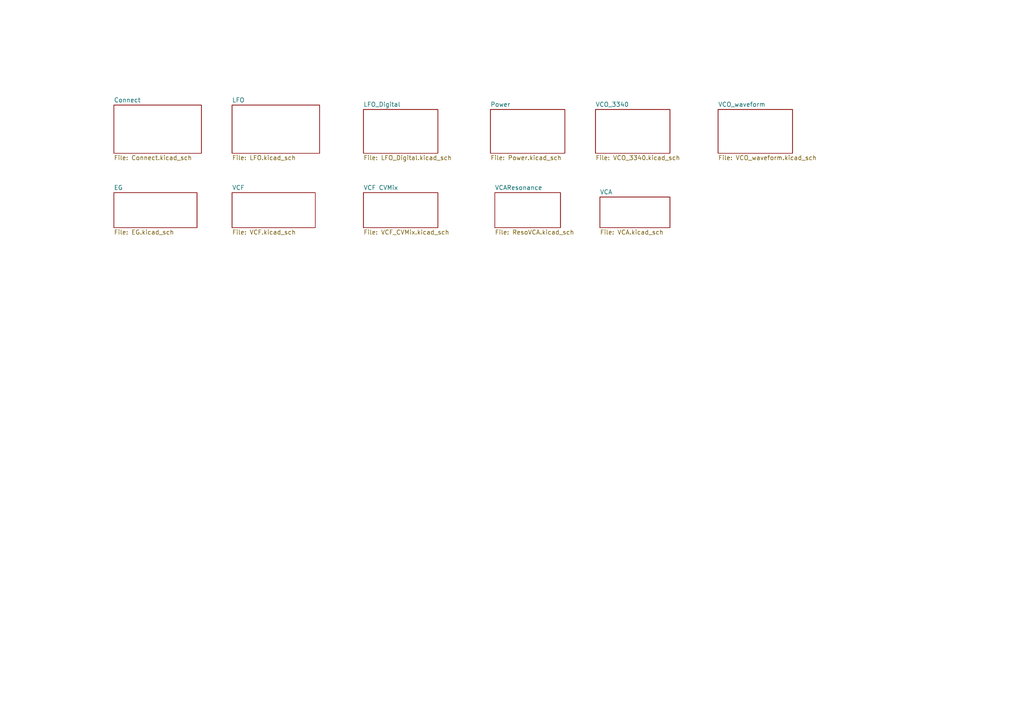
<source format=kicad_sch>
(kicad_sch
	(version 20250114)
	(generator "eeschema")
	(generator_version "9.0")
	(uuid "3a60e15d-d32c-40e8-9a4c-3da89a4ace3d")
	(paper "A4")
	(lib_symbols)
	(sheet
		(at 105.41 31.75)
		(size 21.59 12.7)
		(exclude_from_sim no)
		(in_bom yes)
		(on_board yes)
		(dnp no)
		(fields_autoplaced yes)
		(stroke
			(width 0.1524)
			(type solid)
		)
		(fill
			(color 0 0 0 0.0000)
		)
		(uuid "0c0fec2e-4448-4684-a6cb-145caa23518c")
		(property "Sheetname" "LFO_Digital"
			(at 105.41 31.0384 0)
			(effects
				(font
					(size 1.27 1.27)
				)
				(justify left bottom)
			)
		)
		(property "Sheetfile" "LFO_Digital.kicad_sch"
			(at 105.41 45.0346 0)
			(effects
				(font
					(size 1.27 1.27)
				)
				(justify left top)
			)
		)
		(instances
			(project "SynthBoard_Left_Rotary"
				(path "/3a60e15d-d32c-40e8-9a4c-3da89a4ace3d"
					(page "4")
				)
			)
		)
	)
	(sheet
		(at 143.51 55.88)
		(size 19.05 10.16)
		(exclude_from_sim no)
		(in_bom yes)
		(on_board yes)
		(dnp no)
		(fields_autoplaced yes)
		(stroke
			(width 0.1524)
			(type solid)
		)
		(fill
			(color 0 0 0 0.0000)
		)
		(uuid "2a663633-82c1-44d2-ae8d-92562e13d74d")
		(property "Sheetname" "VCAResonance"
			(at 143.51 55.1684 0)
			(effects
				(font
					(size 1.27 1.27)
				)
				(justify left bottom)
			)
		)
		(property "Sheetfile" "ResoVCA.kicad_sch"
			(at 143.51 66.6246 0)
			(effects
				(font
					(size 1.27 1.27)
				)
				(justify left top)
			)
		)
		(instances
			(project "SynthBoard_Left_Rotary"
				(path "/3a60e15d-d32c-40e8-9a4c-3da89a4ace3d"
					(page "11")
				)
			)
		)
	)
	(sheet
		(at 67.31 55.88)
		(size 24.13 10.16)
		(exclude_from_sim no)
		(in_bom yes)
		(on_board yes)
		(dnp no)
		(fields_autoplaced yes)
		(stroke
			(width 0.1524)
			(type solid)
		)
		(fill
			(color 0 0 0 0.0000)
		)
		(uuid "4716e300-ddf6-4810-acb4-2acb69652bd5")
		(property "Sheetname" "VCF"
			(at 67.31 55.1684 0)
			(effects
				(font
					(size 1.27 1.27)
				)
				(justify left bottom)
			)
		)
		(property "Sheetfile" "VCF.kicad_sch"
			(at 67.31 66.6246 0)
			(effects
				(font
					(size 1.27 1.27)
				)
				(justify left top)
			)
		)
		(instances
			(project "SynthBoard_Left_Rotary"
				(path "/3a60e15d-d32c-40e8-9a4c-3da89a4ace3d"
					(page "9")
				)
			)
		)
	)
	(sheet
		(at 208.28 31.75)
		(size 21.59 12.7)
		(exclude_from_sim no)
		(in_bom yes)
		(on_board yes)
		(dnp no)
		(fields_autoplaced yes)
		(stroke
			(width 0.1524)
			(type solid)
		)
		(fill
			(color 0 0 0 0.0000)
		)
		(uuid "5e0d939d-b269-44ef-bc0e-ff842b492f3d")
		(property "Sheetname" "VCO_waveform"
			(at 208.28 31.0384 0)
			(effects
				(font
					(size 1.27 1.27)
				)
				(justify left bottom)
			)
		)
		(property "Sheetfile" "VCO_waveform.kicad_sch"
			(at 208.28 45.0346 0)
			(effects
				(font
					(size 1.27 1.27)
				)
				(justify left top)
			)
		)
		(instances
			(project "SynthBoard_Left_Rotary"
				(path "/3a60e15d-d32c-40e8-9a4c-3da89a4ace3d"
					(page "7")
				)
			)
		)
	)
	(sheet
		(at 33.02 55.88)
		(size 24.13 10.16)
		(exclude_from_sim no)
		(in_bom yes)
		(on_board yes)
		(dnp no)
		(fields_autoplaced yes)
		(stroke
			(width 0.1524)
			(type solid)
		)
		(fill
			(color 0 0 0 0.0000)
		)
		(uuid "64ee90b7-0cce-4a6e-960a-21c1fefd7932")
		(property "Sheetname" "EG"
			(at 33.02 55.1684 0)
			(effects
				(font
					(size 1.27 1.27)
				)
				(justify left bottom)
			)
		)
		(property "Sheetfile" "EG.kicad_sch"
			(at 33.02 66.6246 0)
			(effects
				(font
					(size 1.27 1.27)
				)
				(justify left top)
			)
		)
		(instances
			(project "SynthBoard_Left_Rotary"
				(path "/3a60e15d-d32c-40e8-9a4c-3da89a4ace3d"
					(page "8")
				)
			)
		)
	)
	(sheet
		(at 33.02 30.48)
		(size 25.4 13.97)
		(exclude_from_sim no)
		(in_bom yes)
		(on_board yes)
		(dnp no)
		(fields_autoplaced yes)
		(stroke
			(width 0.1524)
			(type solid)
		)
		(fill
			(color 0 0 0 0.0000)
		)
		(uuid "6c442a3d-cabc-4d96-b9cc-ff65feb0dfb1")
		(property "Sheetname" "Connect"
			(at 33.02 29.7684 0)
			(effects
				(font
					(size 1.27 1.27)
				)
				(justify left bottom)
			)
		)
		(property "Sheetfile" "Connect.kicad_sch"
			(at 33.02 45.0346 0)
			(effects
				(font
					(size 1.27 1.27)
				)
				(justify left top)
			)
		)
		(instances
			(project "SynthBoard_Left_Rotary"
				(path "/3a60e15d-d32c-40e8-9a4c-3da89a4ace3d"
					(page "2")
				)
			)
		)
	)
	(sheet
		(at 67.31 30.48)
		(size 25.4 13.97)
		(exclude_from_sim no)
		(in_bom yes)
		(on_board yes)
		(dnp no)
		(fields_autoplaced yes)
		(stroke
			(width 0.1524)
			(type solid)
		)
		(fill
			(color 0 0 0 0.0000)
		)
		(uuid "9b523817-6263-4bfb-979d-23c3c0373b67")
		(property "Sheetname" "LFO"
			(at 67.31 29.7684 0)
			(effects
				(font
					(size 1.27 1.27)
				)
				(justify left bottom)
			)
		)
		(property "Sheetfile" "LFO.kicad_sch"
			(at 67.31 45.0346 0)
			(effects
				(font
					(size 1.27 1.27)
				)
				(justify left top)
			)
		)
		(instances
			(project "SynthBoard_Left_Rotary"
				(path "/3a60e15d-d32c-40e8-9a4c-3da89a4ace3d"
					(page "3")
				)
			)
		)
	)
	(sheet
		(at 172.72 31.75)
		(size 21.59 12.7)
		(exclude_from_sim no)
		(in_bom yes)
		(on_board yes)
		(dnp no)
		(fields_autoplaced yes)
		(stroke
			(width 0.1524)
			(type solid)
		)
		(fill
			(color 0 0 0 0.0000)
		)
		(uuid "b52c82f0-47bc-470d-ab40-b79ab7d844d6")
		(property "Sheetname" "VCO_3340"
			(at 172.72 31.0384 0)
			(effects
				(font
					(size 1.27 1.27)
				)
				(justify left bottom)
			)
		)
		(property "Sheetfile" "VCO_3340.kicad_sch"
			(at 172.72 45.0346 0)
			(effects
				(font
					(size 1.27 1.27)
				)
				(justify left top)
			)
		)
		(instances
			(project "SynthBoard_Left_Rotary"
				(path "/3a60e15d-d32c-40e8-9a4c-3da89a4ace3d"
					(page "6")
				)
			)
		)
	)
	(sheet
		(at 142.24 31.75)
		(size 21.59 12.7)
		(exclude_from_sim no)
		(in_bom yes)
		(on_board yes)
		(dnp no)
		(fields_autoplaced yes)
		(stroke
			(width 0.1524)
			(type solid)
		)
		(fill
			(color 0 0 0 0.0000)
		)
		(uuid "b7d793ab-353a-4e36-813b-1b604cfc3a3b")
		(property "Sheetname" "Power"
			(at 142.24 31.0384 0)
			(effects
				(font
					(size 1.27 1.27)
				)
				(justify left bottom)
			)
		)
		(property "Sheetfile" "Power.kicad_sch"
			(at 142.24 45.0346 0)
			(effects
				(font
					(size 1.27 1.27)
				)
				(justify left top)
			)
		)
		(instances
			(project "SynthBoard_Left_Rotary"
				(path "/3a60e15d-d32c-40e8-9a4c-3da89a4ace3d"
					(page "5")
				)
			)
		)
	)
	(sheet
		(at 105.41 55.88)
		(size 21.59 10.16)
		(exclude_from_sim no)
		(in_bom yes)
		(on_board yes)
		(dnp no)
		(fields_autoplaced yes)
		(stroke
			(width 0.1524)
			(type solid)
		)
		(fill
			(color 0 0 0 0.0000)
		)
		(uuid "fa91ec91-590c-4ffd-8552-68fe95656572")
		(property "Sheetname" "VCF CVMix"
			(at 105.41 55.1684 0)
			(effects
				(font
					(size 1.27 1.27)
				)
				(justify left bottom)
			)
		)
		(property "Sheetfile" "VCF_CVMix.kicad_sch"
			(at 105.41 66.6246 0)
			(effects
				(font
					(size 1.27 1.27)
				)
				(justify left top)
			)
		)
		(instances
			(project "SynthBoard_Left_Rotary"
				(path "/3a60e15d-d32c-40e8-9a4c-3da89a4ace3d"
					(page "10")
				)
			)
		)
	)
	(sheet
		(at 173.99 57.15)
		(size 20.32 8.89)
		(exclude_from_sim no)
		(in_bom yes)
		(on_board yes)
		(dnp no)
		(fields_autoplaced yes)
		(stroke
			(width 0.1524)
			(type solid)
		)
		(fill
			(color 0 0 0 0.0000)
		)
		(uuid "fecd85e8-8ef5-4bbb-9b2d-6d35ced3d842")
		(property "Sheetname" "VCA"
			(at 173.99 56.4384 0)
			(effects
				(font
					(size 1.27 1.27)
				)
				(justify left bottom)
			)
		)
		(property "Sheetfile" "VCA.kicad_sch"
			(at 173.99 66.6246 0)
			(effects
				(font
					(size 1.27 1.27)
				)
				(justify left top)
			)
		)
		(instances
			(project "SynthBoard_Left_Rotary"
				(path "/3a60e15d-d32c-40e8-9a4c-3da89a4ace3d"
					(page "12")
				)
			)
		)
	)
	(sheet_instances
		(path "/"
			(page "1")
		)
	)
	(embedded_fonts no)
)

</source>
